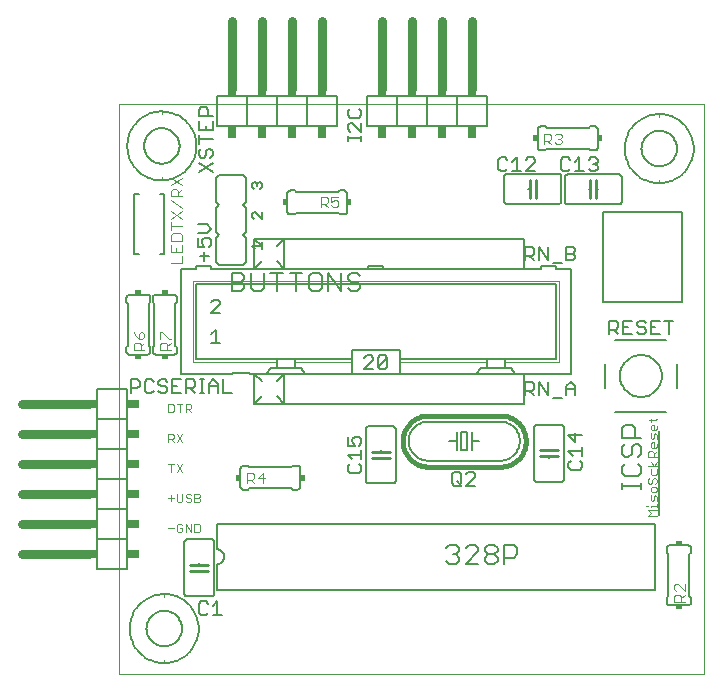
<source format=gto>
G75*
G70*
%OFA0B0*%
%FSLAX24Y24*%
%IPPOS*%
%LPD*%
%AMOC8*
5,1,8,0,0,1.08239X$1,22.5*
%
%ADD10C,0.0000*%
%ADD11C,0.0060*%
%ADD12C,0.0030*%
%ADD13C,0.0300*%
%ADD14R,0.0300X0.0200*%
%ADD15R,0.0300X0.0400*%
%ADD16C,0.0050*%
%ADD17C,0.0070*%
%ADD18C,0.0100*%
%ADD19C,0.0160*%
%ADD20C,0.0080*%
%ADD21R,0.0150X0.0200*%
%ADD22C,0.0040*%
%ADD23R,0.0200X0.0300*%
%ADD24R,0.0400X0.0300*%
%ADD25C,0.0020*%
%ADD26R,0.0200X0.0150*%
D10*
X003500Y012477D02*
X003500Y031473D01*
X023000Y031477D01*
X022992Y012477D01*
X003500Y012477D01*
D11*
X003850Y013977D02*
X003852Y014044D01*
X003858Y014112D01*
X003868Y014179D01*
X003882Y014245D01*
X003899Y014310D01*
X003921Y014374D01*
X003946Y014437D01*
X003975Y014498D01*
X004007Y014557D01*
X004043Y014614D01*
X004082Y014669D01*
X004124Y014722D01*
X004169Y014772D01*
X004217Y014819D01*
X004268Y014864D01*
X004321Y014905D01*
X004377Y014944D01*
X004435Y014979D01*
X004495Y015010D01*
X004556Y015038D01*
X004619Y015062D01*
X004683Y015083D01*
X004749Y015099D01*
X004815Y015112D01*
X004882Y015121D01*
X004949Y015126D01*
X005017Y015127D01*
X005084Y015124D01*
X005151Y015117D01*
X005218Y015106D01*
X005284Y015091D01*
X005349Y015073D01*
X005413Y015050D01*
X005475Y015024D01*
X005536Y014995D01*
X005594Y014961D01*
X005651Y014925D01*
X005706Y014885D01*
X005758Y014842D01*
X005807Y014796D01*
X005854Y014747D01*
X005898Y014696D01*
X005938Y014642D01*
X005976Y014586D01*
X006010Y014527D01*
X006040Y014467D01*
X006067Y014405D01*
X006091Y014342D01*
X006110Y014277D01*
X006126Y014212D01*
X006138Y014145D01*
X006146Y014078D01*
X006150Y014011D01*
X006150Y013943D01*
X006146Y013876D01*
X006138Y013809D01*
X006126Y013742D01*
X006110Y013677D01*
X006091Y013612D01*
X006067Y013549D01*
X006040Y013487D01*
X006010Y013427D01*
X005976Y013368D01*
X005938Y013312D01*
X005898Y013258D01*
X005854Y013207D01*
X005807Y013158D01*
X005758Y013112D01*
X005706Y013069D01*
X005651Y013029D01*
X005594Y012993D01*
X005536Y012959D01*
X005475Y012930D01*
X005413Y012904D01*
X005349Y012881D01*
X005284Y012863D01*
X005218Y012848D01*
X005151Y012837D01*
X005084Y012830D01*
X005017Y012827D01*
X004949Y012828D01*
X004882Y012833D01*
X004815Y012842D01*
X004749Y012855D01*
X004683Y012871D01*
X004619Y012892D01*
X004556Y012916D01*
X004495Y012944D01*
X004435Y012975D01*
X004377Y013010D01*
X004321Y013049D01*
X004268Y013090D01*
X004217Y013135D01*
X004169Y013182D01*
X004124Y013232D01*
X004082Y013285D01*
X004043Y013340D01*
X004007Y013397D01*
X003975Y013456D01*
X003946Y013517D01*
X003921Y013580D01*
X003899Y013644D01*
X003882Y013709D01*
X003868Y013775D01*
X003858Y013842D01*
X003852Y013910D01*
X003850Y013977D01*
X003750Y015977D02*
X002750Y015977D01*
X002750Y016977D01*
X002750Y017977D01*
X002750Y018977D01*
X002750Y019977D01*
X002750Y020977D01*
X002750Y021977D01*
X003750Y021977D01*
X003750Y020977D01*
X002750Y020977D01*
X003750Y020977D02*
X003750Y019977D01*
X002750Y019977D01*
X003750Y019977D02*
X003750Y018977D01*
X002750Y018977D01*
X002750Y017977D02*
X003750Y017977D01*
X003750Y018977D01*
X003750Y017977D02*
X003750Y016977D01*
X002750Y016977D01*
X003750Y016977D02*
X003750Y015977D01*
X005667Y015156D02*
X005667Y016856D01*
X005669Y016873D01*
X005673Y016890D01*
X005680Y016906D01*
X005690Y016920D01*
X005703Y016933D01*
X005717Y016943D01*
X005733Y016950D01*
X005750Y016954D01*
X005767Y016956D01*
X006567Y016956D01*
X006584Y016954D01*
X006601Y016950D01*
X006617Y016943D01*
X006631Y016933D01*
X006644Y016920D01*
X006654Y016906D01*
X006661Y016890D01*
X006665Y016873D01*
X006667Y016856D01*
X006667Y015156D01*
X006665Y015139D01*
X006661Y015122D01*
X006654Y015106D01*
X006644Y015092D01*
X006631Y015079D01*
X006617Y015069D01*
X006601Y015062D01*
X006584Y015058D01*
X006567Y015056D01*
X005767Y015056D01*
X005750Y015058D01*
X005733Y015062D01*
X005717Y015069D01*
X005703Y015079D01*
X005690Y015092D01*
X005680Y015106D01*
X005673Y015122D01*
X005669Y015139D01*
X005667Y015156D01*
X006167Y015856D02*
X006167Y015906D01*
X006167Y016106D02*
X006167Y016156D01*
X006753Y016120D02*
X006753Y015270D01*
X021353Y015270D01*
X021353Y017470D01*
X006753Y017470D01*
X006753Y016620D01*
X006783Y016618D01*
X006813Y016613D01*
X006842Y016604D01*
X006869Y016591D01*
X006895Y016576D01*
X006919Y016557D01*
X006940Y016536D01*
X006959Y016512D01*
X006974Y016486D01*
X006987Y016459D01*
X006996Y016430D01*
X007001Y016400D01*
X007003Y016370D01*
X007001Y016340D01*
X006996Y016310D01*
X006987Y016281D01*
X006974Y016254D01*
X006959Y016228D01*
X006940Y016204D01*
X006919Y016183D01*
X006895Y016164D01*
X006869Y016149D01*
X006842Y016136D01*
X006813Y016127D01*
X006783Y016122D01*
X006753Y016120D01*
X007643Y018612D02*
X007793Y018612D01*
X007843Y018662D01*
X009243Y018662D01*
X009293Y018612D01*
X009443Y018612D01*
X009460Y018614D01*
X009477Y018618D01*
X009493Y018625D01*
X009507Y018635D01*
X009520Y018648D01*
X009530Y018662D01*
X009537Y018678D01*
X009541Y018695D01*
X009543Y018712D01*
X009543Y019312D01*
X009541Y019329D01*
X009537Y019346D01*
X009530Y019362D01*
X009520Y019376D01*
X009507Y019389D01*
X009493Y019399D01*
X009477Y019406D01*
X009460Y019410D01*
X009443Y019412D01*
X009293Y019412D01*
X009243Y019362D01*
X007843Y019362D01*
X007793Y019412D01*
X007643Y019412D01*
X007626Y019410D01*
X007609Y019406D01*
X007593Y019399D01*
X007579Y019389D01*
X007566Y019376D01*
X007556Y019362D01*
X007549Y019346D01*
X007545Y019329D01*
X007543Y019312D01*
X007543Y018712D01*
X007545Y018695D01*
X007549Y018678D01*
X007556Y018662D01*
X007566Y018648D01*
X007579Y018635D01*
X007593Y018625D01*
X007609Y018618D01*
X007626Y018614D01*
X007643Y018612D01*
X008000Y021477D02*
X009000Y021477D01*
X017000Y021477D01*
X017000Y022477D01*
X009000Y022477D01*
X008000Y022477D01*
X008250Y022227D01*
X008000Y022477D02*
X008000Y021477D01*
X008250Y021727D01*
X008750Y021727D02*
X009000Y021477D01*
X009000Y022477D01*
X008750Y022227D01*
X011722Y020622D02*
X011722Y018922D01*
X011724Y018905D01*
X011728Y018888D01*
X011735Y018872D01*
X011745Y018858D01*
X011758Y018845D01*
X011772Y018835D01*
X011788Y018828D01*
X011805Y018824D01*
X011822Y018822D01*
X012622Y018822D01*
X012639Y018824D01*
X012656Y018828D01*
X012672Y018835D01*
X012686Y018845D01*
X012699Y018858D01*
X012709Y018872D01*
X012716Y018888D01*
X012720Y018905D01*
X012722Y018922D01*
X012722Y020622D01*
X012720Y020639D01*
X012716Y020656D01*
X012709Y020672D01*
X012699Y020686D01*
X012686Y020699D01*
X012672Y020709D01*
X012656Y020716D01*
X012639Y020720D01*
X012622Y020722D01*
X011822Y020722D01*
X011805Y020720D01*
X011788Y020716D01*
X011772Y020709D01*
X011758Y020699D01*
X011745Y020686D01*
X011735Y020672D01*
X011728Y020656D01*
X011724Y020639D01*
X011722Y020622D01*
X012222Y019922D02*
X012222Y019872D01*
X012222Y019672D02*
X012222Y019622D01*
X013800Y019577D02*
X016200Y019577D01*
X016250Y019579D01*
X016299Y019585D01*
X016348Y019594D01*
X016396Y019607D01*
X016443Y019624D01*
X016488Y019644D01*
X016532Y019668D01*
X016574Y019695D01*
X016614Y019726D01*
X016651Y019759D01*
X016685Y019795D01*
X016717Y019833D01*
X016746Y019874D01*
X016771Y019916D01*
X016793Y019961D01*
X016812Y020007D01*
X016827Y020055D01*
X016838Y020103D01*
X016846Y020152D01*
X016850Y020202D01*
X016850Y020252D01*
X016846Y020302D01*
X016838Y020351D01*
X016827Y020399D01*
X016812Y020447D01*
X016793Y020493D01*
X016771Y020538D01*
X016746Y020580D01*
X016717Y020621D01*
X016685Y020659D01*
X016651Y020695D01*
X016614Y020728D01*
X016574Y020759D01*
X016532Y020786D01*
X016488Y020810D01*
X016443Y020830D01*
X016396Y020847D01*
X016348Y020860D01*
X016299Y020869D01*
X016250Y020875D01*
X016200Y020877D01*
X013800Y020877D01*
X013750Y020875D01*
X013701Y020869D01*
X013652Y020860D01*
X013604Y020847D01*
X013557Y020830D01*
X013512Y020810D01*
X013468Y020786D01*
X013426Y020759D01*
X013386Y020728D01*
X013349Y020695D01*
X013315Y020659D01*
X013283Y020621D01*
X013254Y020580D01*
X013229Y020538D01*
X013207Y020493D01*
X013188Y020447D01*
X013173Y020399D01*
X013162Y020351D01*
X013154Y020302D01*
X013150Y020252D01*
X013150Y020202D01*
X013154Y020152D01*
X013162Y020103D01*
X013173Y020055D01*
X013188Y020007D01*
X013207Y019961D01*
X013229Y019916D01*
X013254Y019874D01*
X013283Y019833D01*
X013315Y019795D01*
X013349Y019759D01*
X013386Y019726D01*
X013426Y019695D01*
X013468Y019668D01*
X013512Y019644D01*
X013557Y019624D01*
X013604Y019607D01*
X013652Y019594D01*
X013701Y019585D01*
X013750Y019579D01*
X013800Y019577D01*
X014500Y020227D02*
X014750Y020227D01*
X014750Y019927D01*
X014900Y019927D02*
X014900Y020527D01*
X015100Y020527D01*
X015100Y019927D01*
X014900Y019927D01*
X014750Y020227D02*
X014750Y020527D01*
X015250Y020527D02*
X015250Y020227D01*
X015500Y020227D01*
X015250Y020227D02*
X015250Y019927D01*
X017323Y020673D02*
X017323Y018973D01*
X017325Y018956D01*
X017329Y018939D01*
X017336Y018923D01*
X017346Y018909D01*
X017359Y018896D01*
X017373Y018886D01*
X017389Y018879D01*
X017406Y018875D01*
X017423Y018873D01*
X018223Y018873D01*
X018240Y018875D01*
X018257Y018879D01*
X018273Y018886D01*
X018287Y018896D01*
X018300Y018909D01*
X018310Y018923D01*
X018317Y018939D01*
X018321Y018956D01*
X018323Y018973D01*
X018323Y020673D01*
X018321Y020690D01*
X018317Y020707D01*
X018310Y020723D01*
X018300Y020737D01*
X018287Y020750D01*
X018273Y020760D01*
X018257Y020767D01*
X018240Y020771D01*
X018223Y020773D01*
X017423Y020773D01*
X017406Y020771D01*
X017389Y020767D01*
X017373Y020760D01*
X017359Y020750D01*
X017346Y020737D01*
X017336Y020723D01*
X017329Y020707D01*
X017325Y020690D01*
X017323Y020673D01*
X017823Y019973D02*
X017823Y019923D01*
X017823Y019723D02*
X017823Y019673D01*
X020263Y019800D02*
X020369Y019693D01*
X020476Y019693D01*
X020583Y019800D01*
X020583Y020013D01*
X020690Y020120D01*
X020796Y020120D01*
X020903Y020013D01*
X020903Y019800D01*
X020796Y019693D01*
X020796Y019476D02*
X020903Y019369D01*
X020903Y019155D01*
X020796Y019049D01*
X020369Y019049D01*
X020263Y019155D01*
X020263Y019369D01*
X020369Y019476D01*
X020263Y019800D02*
X020263Y020013D01*
X020369Y020120D01*
X020263Y020338D02*
X020263Y020658D01*
X020369Y020765D01*
X020583Y020765D01*
X020690Y020658D01*
X020690Y020338D01*
X020903Y020338D02*
X020263Y020338D01*
X020263Y018832D02*
X020263Y018619D01*
X020263Y018726D02*
X020903Y018726D01*
X020903Y018832D02*
X020903Y018619D01*
X021857Y016758D02*
X022457Y016758D01*
X022474Y016756D01*
X022491Y016752D01*
X022507Y016745D01*
X022521Y016735D01*
X022534Y016722D01*
X022544Y016708D01*
X022551Y016692D01*
X022555Y016675D01*
X022557Y016658D01*
X022557Y016508D01*
X022507Y016458D01*
X022507Y015058D01*
X022557Y015008D01*
X022557Y014858D01*
X022555Y014841D01*
X022551Y014824D01*
X022544Y014808D01*
X022534Y014794D01*
X022521Y014781D01*
X022507Y014771D01*
X022491Y014764D01*
X022474Y014760D01*
X022457Y014758D01*
X021857Y014758D01*
X021840Y014760D01*
X021823Y014764D01*
X021807Y014771D01*
X021793Y014781D01*
X021780Y014794D01*
X021770Y014808D01*
X021763Y014824D01*
X021759Y014841D01*
X021757Y014858D01*
X021757Y015008D01*
X021807Y015058D01*
X021807Y016458D01*
X021757Y016508D01*
X021757Y016658D01*
X021759Y016675D01*
X021763Y016692D01*
X021770Y016708D01*
X021780Y016722D01*
X021793Y016735D01*
X021807Y016745D01*
X021823Y016752D01*
X021840Y016756D01*
X021857Y016758D01*
X017000Y025977D02*
X009000Y025977D01*
X009000Y026977D01*
X008000Y026977D01*
X008250Y026727D01*
X008000Y026977D02*
X008000Y025977D01*
X009000Y025977D01*
X008750Y026227D01*
X008750Y026727D02*
X009000Y026977D01*
X017000Y026977D01*
X017000Y025977D01*
X016435Y028136D02*
X018135Y028136D01*
X018152Y028138D01*
X018169Y028142D01*
X018185Y028149D01*
X018199Y028159D01*
X018212Y028172D01*
X018222Y028186D01*
X018229Y028202D01*
X018233Y028219D01*
X018235Y028236D01*
X018235Y029036D01*
X018233Y029053D01*
X018229Y029070D01*
X018222Y029086D01*
X018212Y029100D01*
X018199Y029113D01*
X018185Y029123D01*
X018169Y029130D01*
X018152Y029134D01*
X018135Y029136D01*
X016435Y029136D01*
X016418Y029134D01*
X016401Y029130D01*
X016385Y029123D01*
X016371Y029113D01*
X016358Y029100D01*
X016348Y029086D01*
X016341Y029070D01*
X016337Y029053D01*
X016335Y029036D01*
X016335Y028236D01*
X016337Y028219D01*
X016341Y028202D01*
X016348Y028186D01*
X016358Y028172D01*
X016371Y028159D01*
X016385Y028149D01*
X016401Y028142D01*
X016418Y028138D01*
X016435Y028136D01*
X017135Y028636D02*
X017185Y028636D01*
X017385Y028636D02*
X017435Y028636D01*
X018353Y029016D02*
X018353Y028216D01*
X018355Y028199D01*
X018359Y028182D01*
X018366Y028166D01*
X018376Y028152D01*
X018389Y028139D01*
X018403Y028129D01*
X018419Y028122D01*
X018436Y028118D01*
X018453Y028116D01*
X020153Y028116D01*
X020170Y028118D01*
X020187Y028122D01*
X020203Y028129D01*
X020217Y028139D01*
X020230Y028152D01*
X020240Y028166D01*
X020247Y028182D01*
X020251Y028199D01*
X020253Y028216D01*
X020253Y029016D01*
X020251Y029033D01*
X020247Y029050D01*
X020240Y029066D01*
X020230Y029080D01*
X020217Y029093D01*
X020203Y029103D01*
X020187Y029110D01*
X020170Y029114D01*
X020153Y029116D01*
X018453Y029116D01*
X018436Y029114D01*
X018419Y029110D01*
X018403Y029103D01*
X018389Y029093D01*
X018376Y029080D01*
X018366Y029066D01*
X018359Y029050D01*
X018355Y029033D01*
X018353Y029016D01*
X019153Y028616D02*
X019203Y028616D01*
X019403Y028616D02*
X019453Y028616D01*
X019351Y029917D02*
X019201Y029917D01*
X019151Y029967D01*
X017751Y029967D01*
X017701Y029917D01*
X017551Y029917D01*
X017534Y029919D01*
X017517Y029923D01*
X017501Y029930D01*
X017487Y029940D01*
X017474Y029953D01*
X017464Y029967D01*
X017457Y029983D01*
X017453Y030000D01*
X017451Y030017D01*
X017451Y030617D01*
X017453Y030634D01*
X017457Y030651D01*
X017464Y030667D01*
X017474Y030681D01*
X017487Y030694D01*
X017501Y030704D01*
X017517Y030711D01*
X017534Y030715D01*
X017551Y030717D01*
X017701Y030717D01*
X017751Y030667D01*
X019151Y030667D01*
X019201Y030717D01*
X019351Y030717D01*
X019368Y030715D01*
X019385Y030711D01*
X019401Y030704D01*
X019415Y030694D01*
X019428Y030681D01*
X019438Y030667D01*
X019445Y030651D01*
X019449Y030634D01*
X019451Y030617D01*
X019451Y030017D01*
X019449Y030000D01*
X019445Y029983D01*
X019438Y029967D01*
X019428Y029953D01*
X019415Y029940D01*
X019401Y029930D01*
X019385Y029923D01*
X019368Y029919D01*
X019351Y029917D01*
X020350Y029977D02*
X020352Y030044D01*
X020358Y030112D01*
X020368Y030179D01*
X020382Y030245D01*
X020399Y030310D01*
X020421Y030374D01*
X020446Y030437D01*
X020475Y030498D01*
X020507Y030557D01*
X020543Y030614D01*
X020582Y030669D01*
X020624Y030722D01*
X020669Y030772D01*
X020717Y030819D01*
X020768Y030864D01*
X020821Y030905D01*
X020877Y030944D01*
X020935Y030979D01*
X020995Y031010D01*
X021056Y031038D01*
X021119Y031062D01*
X021183Y031083D01*
X021249Y031099D01*
X021315Y031112D01*
X021382Y031121D01*
X021449Y031126D01*
X021517Y031127D01*
X021584Y031124D01*
X021651Y031117D01*
X021718Y031106D01*
X021784Y031091D01*
X021849Y031073D01*
X021913Y031050D01*
X021975Y031024D01*
X022036Y030995D01*
X022094Y030961D01*
X022151Y030925D01*
X022206Y030885D01*
X022258Y030842D01*
X022307Y030796D01*
X022354Y030747D01*
X022398Y030696D01*
X022438Y030642D01*
X022476Y030586D01*
X022510Y030527D01*
X022540Y030467D01*
X022567Y030405D01*
X022591Y030342D01*
X022610Y030277D01*
X022626Y030212D01*
X022638Y030145D01*
X022646Y030078D01*
X022650Y030011D01*
X022650Y029943D01*
X022646Y029876D01*
X022638Y029809D01*
X022626Y029742D01*
X022610Y029677D01*
X022591Y029612D01*
X022567Y029549D01*
X022540Y029487D01*
X022510Y029427D01*
X022476Y029368D01*
X022438Y029312D01*
X022398Y029258D01*
X022354Y029207D01*
X022307Y029158D01*
X022258Y029112D01*
X022206Y029069D01*
X022151Y029029D01*
X022094Y028993D01*
X022036Y028959D01*
X021975Y028930D01*
X021913Y028904D01*
X021849Y028881D01*
X021784Y028863D01*
X021718Y028848D01*
X021651Y028837D01*
X021584Y028830D01*
X021517Y028827D01*
X021449Y028828D01*
X021382Y028833D01*
X021315Y028842D01*
X021249Y028855D01*
X021183Y028871D01*
X021119Y028892D01*
X021056Y028916D01*
X020995Y028944D01*
X020935Y028975D01*
X020877Y029010D01*
X020821Y029049D01*
X020768Y029090D01*
X020717Y029135D01*
X020669Y029182D01*
X020624Y029232D01*
X020582Y029285D01*
X020543Y029340D01*
X020507Y029397D01*
X020475Y029456D01*
X020446Y029517D01*
X020421Y029580D01*
X020399Y029644D01*
X020382Y029709D01*
X020368Y029775D01*
X020358Y029842D01*
X020352Y029910D01*
X020350Y029977D01*
X015750Y030727D02*
X015750Y031727D01*
X014750Y031727D01*
X013750Y031727D01*
X012750Y031727D01*
X011750Y031727D01*
X011750Y030727D01*
X012750Y030727D01*
X013750Y030727D01*
X014750Y030727D01*
X015750Y030727D01*
X014750Y030727D02*
X014750Y031727D01*
X013750Y031727D02*
X013750Y030727D01*
X012750Y030727D02*
X012750Y031727D01*
X010750Y031727D02*
X010750Y030727D01*
X009750Y030727D01*
X009750Y031727D01*
X010750Y031727D01*
X009750Y031727D02*
X008750Y031727D01*
X007750Y031727D01*
X006750Y031727D01*
X006750Y030727D01*
X007750Y030727D01*
X008750Y030727D01*
X009750Y030727D01*
X008750Y030727D02*
X008750Y031727D01*
X007750Y031727D02*
X007750Y030727D01*
X007636Y029105D02*
X006836Y029105D01*
X006736Y029005D01*
X006736Y028205D01*
X006836Y028105D01*
X006736Y028005D01*
X006736Y027205D01*
X006836Y027105D01*
X006736Y027005D01*
X006736Y026205D01*
X006836Y026105D01*
X007636Y026105D01*
X007736Y026205D01*
X007736Y027005D01*
X007636Y027105D01*
X007736Y027205D01*
X007736Y028005D01*
X007636Y028105D01*
X007736Y028205D01*
X007736Y029005D01*
X007636Y029105D01*
X009098Y028481D02*
X009098Y027881D01*
X009100Y027864D01*
X009104Y027847D01*
X009111Y027831D01*
X009121Y027817D01*
X009134Y027804D01*
X009148Y027794D01*
X009164Y027787D01*
X009181Y027783D01*
X009198Y027781D01*
X009348Y027781D01*
X009398Y027831D01*
X010798Y027831D01*
X010848Y027781D01*
X010998Y027781D01*
X011015Y027783D01*
X011032Y027787D01*
X011048Y027794D01*
X011062Y027804D01*
X011075Y027817D01*
X011085Y027831D01*
X011092Y027847D01*
X011096Y027864D01*
X011098Y027881D01*
X011098Y028481D01*
X011096Y028498D01*
X011092Y028515D01*
X011085Y028531D01*
X011075Y028545D01*
X011062Y028558D01*
X011048Y028568D01*
X011032Y028575D01*
X011015Y028579D01*
X010998Y028581D01*
X010848Y028581D01*
X010798Y028531D01*
X009398Y028531D01*
X009348Y028581D01*
X009198Y028581D01*
X009181Y028579D01*
X009164Y028575D01*
X009148Y028568D01*
X009134Y028558D01*
X009121Y028545D01*
X009111Y028531D01*
X009104Y028515D01*
X009100Y028498D01*
X009098Y028481D01*
X008250Y026227D02*
X008000Y025977D01*
X005420Y025012D02*
X005420Y024862D01*
X005370Y024812D01*
X005370Y023412D01*
X005420Y023362D01*
X005420Y023212D01*
X005418Y023195D01*
X005414Y023178D01*
X005407Y023162D01*
X005397Y023148D01*
X005384Y023135D01*
X005370Y023125D01*
X005354Y023118D01*
X005337Y023114D01*
X005320Y023112D01*
X004720Y023112D01*
X004703Y023114D01*
X004686Y023118D01*
X004670Y023125D01*
X004656Y023135D01*
X004643Y023148D01*
X004633Y023162D01*
X004626Y023178D01*
X004622Y023195D01*
X004620Y023212D01*
X004620Y023362D01*
X004670Y023412D01*
X004670Y024812D01*
X004620Y024862D01*
X004620Y025012D01*
X004542Y025012D02*
X004542Y024862D01*
X004492Y024812D01*
X004492Y023412D01*
X004542Y023362D01*
X004542Y023212D01*
X004540Y023195D01*
X004536Y023178D01*
X004529Y023162D01*
X004519Y023148D01*
X004506Y023135D01*
X004492Y023125D01*
X004476Y023118D01*
X004459Y023114D01*
X004442Y023112D01*
X003842Y023112D01*
X003825Y023114D01*
X003808Y023118D01*
X003792Y023125D01*
X003778Y023135D01*
X003765Y023148D01*
X003755Y023162D01*
X003748Y023178D01*
X003744Y023195D01*
X003742Y023212D01*
X003742Y023362D01*
X003792Y023412D01*
X003792Y024812D01*
X003742Y024862D01*
X003742Y025012D01*
X003744Y025029D01*
X003748Y025046D01*
X003755Y025062D01*
X003765Y025076D01*
X003778Y025089D01*
X003792Y025099D01*
X003808Y025106D01*
X003825Y025110D01*
X003842Y025112D01*
X004442Y025112D01*
X004459Y025110D01*
X004476Y025106D01*
X004492Y025099D01*
X004506Y025089D01*
X004519Y025076D01*
X004529Y025062D01*
X004536Y025046D01*
X004540Y025029D01*
X004542Y025012D01*
X004620Y025012D02*
X004622Y025029D01*
X004626Y025046D01*
X004633Y025062D01*
X004643Y025076D01*
X004656Y025089D01*
X004670Y025099D01*
X004686Y025106D01*
X004703Y025110D01*
X004720Y025112D01*
X005320Y025112D01*
X005337Y025110D01*
X005354Y025106D01*
X005370Y025099D01*
X005384Y025089D01*
X005397Y025076D01*
X005407Y025062D01*
X005414Y025046D01*
X005418Y025029D01*
X005420Y025012D01*
X005000Y026477D02*
X004850Y026477D01*
X005000Y026477D02*
X005000Y028477D01*
X004850Y028477D01*
X004150Y028477D02*
X004000Y028477D01*
X004000Y026477D01*
X004150Y026477D01*
X003771Y030065D02*
X003773Y030132D01*
X003779Y030200D01*
X003789Y030267D01*
X003803Y030333D01*
X003820Y030398D01*
X003842Y030462D01*
X003867Y030525D01*
X003896Y030586D01*
X003928Y030645D01*
X003964Y030702D01*
X004003Y030757D01*
X004045Y030810D01*
X004090Y030860D01*
X004138Y030907D01*
X004189Y030952D01*
X004242Y030993D01*
X004298Y031032D01*
X004356Y031067D01*
X004416Y031098D01*
X004477Y031126D01*
X004540Y031150D01*
X004604Y031171D01*
X004670Y031187D01*
X004736Y031200D01*
X004803Y031209D01*
X004870Y031214D01*
X004938Y031215D01*
X005005Y031212D01*
X005072Y031205D01*
X005139Y031194D01*
X005205Y031179D01*
X005270Y031161D01*
X005334Y031138D01*
X005396Y031112D01*
X005457Y031083D01*
X005515Y031049D01*
X005572Y031013D01*
X005627Y030973D01*
X005679Y030930D01*
X005728Y030884D01*
X005775Y030835D01*
X005819Y030784D01*
X005859Y030730D01*
X005897Y030674D01*
X005931Y030615D01*
X005961Y030555D01*
X005988Y030493D01*
X006012Y030430D01*
X006031Y030365D01*
X006047Y030300D01*
X006059Y030233D01*
X006067Y030166D01*
X006071Y030099D01*
X006071Y030031D01*
X006067Y029964D01*
X006059Y029897D01*
X006047Y029830D01*
X006031Y029765D01*
X006012Y029700D01*
X005988Y029637D01*
X005961Y029575D01*
X005931Y029515D01*
X005897Y029456D01*
X005859Y029400D01*
X005819Y029346D01*
X005775Y029295D01*
X005728Y029246D01*
X005679Y029200D01*
X005627Y029157D01*
X005572Y029117D01*
X005515Y029081D01*
X005457Y029047D01*
X005396Y029018D01*
X005334Y028992D01*
X005270Y028969D01*
X005205Y028951D01*
X005139Y028936D01*
X005072Y028925D01*
X005005Y028918D01*
X004938Y028915D01*
X004870Y028916D01*
X004803Y028921D01*
X004736Y028930D01*
X004670Y028943D01*
X004604Y028959D01*
X004540Y028980D01*
X004477Y029004D01*
X004416Y029032D01*
X004356Y029063D01*
X004298Y029098D01*
X004242Y029137D01*
X004189Y029178D01*
X004138Y029223D01*
X004090Y029270D01*
X004045Y029320D01*
X004003Y029373D01*
X003964Y029428D01*
X003928Y029485D01*
X003896Y029544D01*
X003867Y029605D01*
X003842Y029668D01*
X003820Y029732D01*
X003803Y029797D01*
X003789Y029863D01*
X003779Y029930D01*
X003773Y029998D01*
X003771Y030065D01*
D12*
X005121Y021479D02*
X005266Y021479D01*
X005315Y021430D01*
X005315Y021237D01*
X005266Y021188D01*
X005121Y021188D01*
X005121Y021479D01*
X005416Y021479D02*
X005609Y021479D01*
X005513Y021479D02*
X005513Y021188D01*
X005711Y021188D02*
X005711Y021479D01*
X005856Y021479D01*
X005904Y021430D01*
X005904Y021334D01*
X005856Y021285D01*
X005711Y021285D01*
X005807Y021285D02*
X005904Y021188D01*
X005609Y020479D02*
X005416Y020188D01*
X005315Y020188D02*
X005218Y020285D01*
X005266Y020285D02*
X005121Y020285D01*
X005121Y020188D02*
X005121Y020479D01*
X005266Y020479D01*
X005315Y020430D01*
X005315Y020334D01*
X005266Y020285D01*
X005416Y020479D02*
X005609Y020188D01*
X005609Y019479D02*
X005416Y019188D01*
X005609Y019188D02*
X005416Y019479D01*
X005315Y019479D02*
X005121Y019479D01*
X005218Y019479D02*
X005218Y019188D01*
X005416Y018479D02*
X005416Y018237D01*
X005464Y018188D01*
X005561Y018188D01*
X005609Y018237D01*
X005609Y018479D01*
X005711Y018430D02*
X005711Y018382D01*
X005759Y018334D01*
X005856Y018334D01*
X005904Y018285D01*
X005904Y018237D01*
X005856Y018188D01*
X005759Y018188D01*
X005711Y018237D01*
X005711Y018430D02*
X005759Y018479D01*
X005856Y018479D01*
X005904Y018430D01*
X006005Y018479D02*
X006150Y018479D01*
X006199Y018430D01*
X006199Y018382D01*
X006150Y018334D01*
X006005Y018334D01*
X006005Y018479D02*
X006005Y018188D01*
X006150Y018188D01*
X006199Y018237D01*
X006199Y018285D01*
X006150Y018334D01*
X006150Y017479D02*
X006005Y017479D01*
X006005Y017188D01*
X006150Y017188D01*
X006199Y017237D01*
X006199Y017430D01*
X006150Y017479D01*
X005904Y017479D02*
X005904Y017188D01*
X005711Y017479D01*
X005711Y017188D01*
X005609Y017237D02*
X005609Y017334D01*
X005513Y017334D01*
X005609Y017430D02*
X005561Y017479D01*
X005464Y017479D01*
X005416Y017430D01*
X005416Y017237D01*
X005464Y017188D01*
X005561Y017188D01*
X005609Y017237D01*
X005315Y017334D02*
X005121Y017334D01*
X005218Y018237D02*
X005218Y018430D01*
X005121Y018334D02*
X005315Y018334D01*
X021076Y018075D02*
X021124Y018075D01*
X021221Y018075D02*
X021414Y018075D01*
X021414Y018123D02*
X021414Y018026D01*
X021414Y017925D02*
X021124Y017925D01*
X021221Y017829D01*
X021124Y017732D01*
X021414Y017732D01*
X021221Y018026D02*
X021221Y018075D01*
X021269Y018223D02*
X021221Y018271D01*
X021221Y018416D01*
X021317Y018368D02*
X021317Y018271D01*
X021269Y018223D01*
X021414Y018223D02*
X021414Y018368D01*
X021366Y018416D01*
X021317Y018368D01*
X021269Y018518D02*
X021366Y018518D01*
X021414Y018566D01*
X021414Y018663D01*
X021366Y018711D01*
X021269Y018711D01*
X021221Y018663D01*
X021221Y018566D01*
X021269Y018518D01*
X021221Y018799D02*
X021269Y018847D01*
X021269Y018944D01*
X021317Y018992D01*
X021366Y018992D01*
X021414Y018944D01*
X021414Y018847D01*
X021366Y018799D01*
X021221Y018799D02*
X021172Y018799D01*
X021124Y018847D01*
X021124Y018944D01*
X021172Y018992D01*
X021269Y019093D02*
X021366Y019093D01*
X021414Y019142D01*
X021414Y019287D01*
X021414Y019388D02*
X021124Y019388D01*
X021221Y019287D02*
X021221Y019142D01*
X021269Y019093D01*
X021317Y019388D02*
X021221Y019533D01*
X021317Y019388D02*
X021414Y019533D01*
X021414Y019700D02*
X021124Y019700D01*
X021124Y019845D01*
X021172Y019894D01*
X021269Y019894D01*
X021317Y019845D01*
X021317Y019700D01*
X021317Y019797D02*
X021414Y019894D01*
X021366Y019995D02*
X021414Y020043D01*
X021414Y020140D01*
X021317Y020188D02*
X021317Y019995D01*
X021269Y019995D02*
X021221Y020043D01*
X021221Y020140D01*
X021269Y020188D01*
X021317Y020188D01*
X021269Y020290D02*
X021221Y020338D01*
X021221Y020483D01*
X021317Y020435D02*
X021317Y020338D01*
X021269Y020290D01*
X021414Y020290D02*
X021414Y020435D01*
X021366Y020483D01*
X021317Y020435D01*
X021317Y020584D02*
X021317Y020778D01*
X021269Y020778D01*
X021221Y020729D01*
X021221Y020633D01*
X021269Y020584D01*
X021366Y020584D01*
X021414Y020633D01*
X021414Y020729D01*
X021366Y020927D02*
X021414Y020976D01*
X021366Y020927D02*
X021172Y020927D01*
X021221Y020879D02*
X021221Y020976D01*
X021269Y019995D02*
X021366Y019995D01*
D13*
X015250Y031977D02*
X015250Y034227D01*
X014250Y034227D02*
X014250Y031977D01*
X013250Y031977D02*
X013250Y034227D01*
X012250Y034227D02*
X012250Y031977D01*
X010250Y031977D02*
X010250Y034227D01*
X009250Y034227D02*
X009250Y031977D01*
X008250Y031977D02*
X008250Y034227D01*
X007250Y034227D02*
X007250Y031977D01*
X002500Y021477D02*
X000250Y021477D01*
X000250Y020477D02*
X002500Y020477D01*
X002500Y019477D02*
X000250Y019477D01*
X000250Y018477D02*
X002500Y018477D01*
X002500Y017477D02*
X000250Y017477D01*
X000250Y016477D02*
X002500Y016477D01*
D14*
X007250Y031827D03*
X008250Y031827D03*
X009250Y031827D03*
X010250Y031827D03*
X012250Y031827D03*
X013250Y031827D03*
X014250Y031827D03*
X015250Y031827D03*
D15*
X015250Y030527D03*
X014250Y030527D03*
X013250Y030527D03*
X012250Y030527D03*
X010250Y030527D03*
X009250Y030527D03*
X008250Y030527D03*
X007250Y030527D03*
D16*
X006613Y030591D02*
X006613Y030892D01*
X006613Y031052D02*
X006162Y031052D01*
X006162Y031277D01*
X006237Y031352D01*
X006388Y031352D01*
X006463Y031277D01*
X006463Y031052D01*
X006388Y030742D02*
X006388Y030591D01*
X006613Y030591D02*
X006162Y030591D01*
X006162Y030892D01*
X006162Y030431D02*
X006162Y030131D01*
X006162Y030281D02*
X006613Y030281D01*
X006538Y029971D02*
X006613Y029896D01*
X006613Y029746D01*
X006538Y029671D01*
X006388Y029746D02*
X006388Y029896D01*
X006463Y029971D01*
X006538Y029971D01*
X006388Y029746D02*
X006313Y029671D01*
X006237Y029671D01*
X006162Y029746D01*
X006162Y029896D01*
X006237Y029971D01*
X006162Y029511D02*
X006613Y029210D01*
X006613Y029511D02*
X006162Y029210D01*
X006111Y027451D02*
X006411Y027451D01*
X006561Y027300D01*
X006411Y027150D01*
X006111Y027150D01*
X006111Y026990D02*
X006111Y026690D01*
X006336Y026690D01*
X006261Y026840D01*
X006261Y026915D01*
X006336Y026990D01*
X006486Y026990D01*
X006561Y026915D01*
X006561Y026765D01*
X006486Y026690D01*
X006336Y026530D02*
X006336Y026230D01*
X006186Y026380D02*
X006486Y026380D01*
X006549Y026061D02*
X006549Y025961D01*
X011799Y025961D01*
X011799Y026061D01*
X012299Y026061D01*
X012299Y025961D01*
X017549Y025961D01*
X017549Y026061D01*
X018049Y026061D01*
X018049Y025961D01*
X018549Y025961D01*
X018549Y022461D01*
X016699Y022461D01*
X016549Y022661D01*
X016349Y022661D01*
X015749Y022661D01*
X015549Y022661D01*
X015399Y022461D01*
X012849Y022461D01*
X012849Y022861D01*
X012849Y022961D01*
X015749Y022961D01*
X016349Y022961D01*
X016349Y022861D01*
X016349Y022661D01*
X016349Y022961D02*
X018049Y022961D01*
X018049Y025461D01*
X006049Y025461D01*
X006049Y022961D01*
X008749Y022961D01*
X009349Y022961D01*
X009349Y022861D01*
X009349Y022661D01*
X009549Y022661D01*
X009699Y022461D01*
X011249Y022461D01*
X011249Y022861D01*
X011249Y022961D01*
X009349Y022961D01*
X009349Y022661D02*
X008749Y022661D01*
X008549Y022661D01*
X008399Y022461D01*
X007849Y022461D01*
X007849Y022511D01*
X007249Y022511D01*
X007249Y022461D01*
X005549Y022461D01*
X005549Y025961D01*
X006049Y025961D01*
X006049Y026061D01*
X006549Y026061D01*
X006649Y024936D02*
X006574Y024861D01*
X006649Y024936D02*
X006799Y024936D01*
X006874Y024861D01*
X006874Y024786D01*
X006574Y024486D01*
X006874Y024486D01*
X006724Y023936D02*
X006724Y023486D01*
X006574Y023486D02*
X006874Y023486D01*
X006574Y023786D02*
X006724Y023936D01*
X006642Y022281D02*
X006792Y022131D01*
X006792Y021830D01*
X006953Y021830D02*
X007253Y021830D01*
X006953Y021830D02*
X006953Y022281D01*
X006792Y022056D02*
X006492Y022056D01*
X006492Y022131D02*
X006492Y021830D01*
X006335Y021830D02*
X006185Y021830D01*
X006260Y021830D02*
X006260Y022281D01*
X006185Y022281D02*
X006335Y022281D01*
X006492Y022131D02*
X006642Y022281D01*
X006025Y022206D02*
X006025Y022056D01*
X005950Y021980D01*
X005725Y021980D01*
X005725Y021830D02*
X005725Y022281D01*
X005950Y022281D01*
X006025Y022206D01*
X005875Y021980D02*
X006025Y021830D01*
X005565Y021830D02*
X005264Y021830D01*
X005264Y022281D01*
X005565Y022281D01*
X005415Y022056D02*
X005264Y022056D01*
X005104Y021980D02*
X005104Y021905D01*
X005029Y021830D01*
X004879Y021830D01*
X004804Y021905D01*
X004644Y021905D02*
X004569Y021830D01*
X004419Y021830D01*
X004344Y021905D01*
X004344Y022206D01*
X004419Y022281D01*
X004569Y022281D01*
X004644Y022206D01*
X004804Y022206D02*
X004804Y022131D01*
X004879Y022056D01*
X005029Y022056D01*
X005104Y021980D01*
X005104Y022206D02*
X005029Y022281D01*
X004879Y022281D01*
X004804Y022206D01*
X004184Y022206D02*
X004184Y022056D01*
X004108Y021980D01*
X003883Y021980D01*
X003883Y021830D02*
X003883Y022281D01*
X004108Y022281D01*
X004184Y022206D01*
X008034Y026630D02*
X007921Y026743D01*
X008261Y026743D01*
X008261Y026630D02*
X008261Y026856D01*
X008261Y027630D02*
X008034Y027856D01*
X007978Y027856D01*
X007921Y027800D01*
X007921Y027686D01*
X007978Y027630D01*
X008261Y027630D02*
X008261Y027856D01*
X008205Y028630D02*
X008261Y028686D01*
X008261Y028800D01*
X008205Y028856D01*
X008148Y028856D01*
X008091Y028800D01*
X008091Y028743D01*
X008091Y028800D02*
X008034Y028856D01*
X007978Y028856D01*
X007921Y028800D01*
X007921Y028686D01*
X007978Y028630D01*
X011113Y030238D02*
X011113Y030388D01*
X011113Y030313D02*
X011564Y030313D01*
X011564Y030238D02*
X011564Y030388D01*
X011564Y030545D02*
X011263Y030845D01*
X011188Y030845D01*
X011113Y030770D01*
X011113Y030620D01*
X011188Y030545D01*
X011564Y030545D02*
X011564Y030845D01*
X011489Y031005D02*
X011188Y031005D01*
X011113Y031080D01*
X011113Y031230D01*
X011188Y031305D01*
X011489Y031305D02*
X011564Y031230D01*
X011564Y031080D01*
X011489Y031005D01*
X016140Y029610D02*
X016140Y029309D01*
X016215Y029234D01*
X016365Y029234D01*
X016441Y029309D01*
X016601Y029234D02*
X016901Y029234D01*
X016751Y029234D02*
X016751Y029685D01*
X016601Y029535D01*
X016441Y029610D02*
X016365Y029685D01*
X016215Y029685D01*
X016140Y029610D01*
X017061Y029610D02*
X017136Y029685D01*
X017286Y029685D01*
X017361Y029610D01*
X017361Y029535D01*
X017061Y029234D01*
X017361Y029234D01*
X018223Y029311D02*
X018298Y029236D01*
X018448Y029236D01*
X018523Y029311D01*
X018683Y029236D02*
X018984Y029236D01*
X018833Y029236D02*
X018833Y029687D01*
X018683Y029537D01*
X018523Y029612D02*
X018448Y029687D01*
X018298Y029687D01*
X018223Y029612D01*
X018223Y029311D01*
X019144Y029311D02*
X019219Y029236D01*
X019369Y029236D01*
X019444Y029311D01*
X019444Y029386D01*
X019369Y029461D01*
X019294Y029461D01*
X019369Y029461D02*
X019444Y029537D01*
X019444Y029612D01*
X019369Y029687D01*
X019219Y029687D01*
X019144Y029612D01*
X018631Y026702D02*
X018406Y026702D01*
X018406Y026252D01*
X018631Y026252D01*
X018706Y026327D01*
X018706Y026402D01*
X018631Y026477D01*
X018406Y026477D01*
X018631Y026477D02*
X018706Y026552D01*
X018706Y026627D01*
X018631Y026702D01*
X018246Y026177D02*
X017946Y026177D01*
X017786Y026252D02*
X017786Y026702D01*
X017485Y026702D02*
X017786Y026252D01*
X017485Y026252D02*
X017485Y026702D01*
X017325Y026627D02*
X017325Y026477D01*
X017250Y026402D01*
X017025Y026402D01*
X017175Y026402D02*
X017325Y026252D01*
X017025Y026252D02*
X017025Y026702D01*
X017250Y026702D01*
X017325Y026627D01*
X019834Y024241D02*
X019834Y023791D01*
X019834Y023941D02*
X020059Y023941D01*
X020134Y024016D01*
X020134Y024166D01*
X020059Y024241D01*
X019834Y024241D01*
X019984Y023941D02*
X020134Y023791D01*
X020294Y023791D02*
X020595Y023791D01*
X020755Y023866D02*
X020830Y023791D01*
X020980Y023791D01*
X021055Y023866D01*
X021055Y023941D01*
X020980Y024016D01*
X020830Y024016D01*
X020755Y024091D01*
X020755Y024166D01*
X020830Y024241D01*
X020980Y024241D01*
X021055Y024166D01*
X021215Y024241D02*
X021215Y023791D01*
X021515Y023791D01*
X021365Y024016D02*
X021215Y024016D01*
X021215Y024241D02*
X021515Y024241D01*
X021676Y024241D02*
X021976Y024241D01*
X021826Y024241D02*
X021826Y023791D01*
X020595Y024241D02*
X020294Y024241D01*
X020294Y023791D01*
X020294Y024016D02*
X020445Y024016D01*
X018556Y022202D02*
X018706Y022052D01*
X018706Y021752D01*
X018706Y021977D02*
X018406Y021977D01*
X018406Y022052D02*
X018556Y022202D01*
X018406Y022052D02*
X018406Y021752D01*
X018246Y021677D02*
X017946Y021677D01*
X017786Y021752D02*
X017786Y022202D01*
X017485Y022202D02*
X017786Y021752D01*
X017485Y021752D02*
X017485Y022202D01*
X017325Y022127D02*
X017325Y021977D01*
X017250Y021902D01*
X017025Y021902D01*
X017175Y021902D02*
X017325Y021752D01*
X017025Y021752D02*
X017025Y022202D01*
X017250Y022202D01*
X017325Y022127D01*
X015749Y022661D02*
X015749Y022861D01*
X015749Y022961D01*
X018470Y020419D02*
X018695Y020194D01*
X018695Y020494D01*
X018920Y020419D02*
X018470Y020419D01*
X018470Y019883D02*
X018920Y019883D01*
X018920Y019733D02*
X018920Y020034D01*
X018620Y019733D02*
X018470Y019883D01*
X018545Y019573D02*
X018470Y019498D01*
X018470Y019348D01*
X018545Y019273D01*
X018845Y019273D01*
X018920Y019348D01*
X018920Y019498D01*
X018845Y019573D01*
X021481Y020556D02*
X021481Y017756D01*
X015360Y018743D02*
X015060Y018743D01*
X015360Y019043D01*
X015360Y019118D01*
X015285Y019193D01*
X015135Y019193D01*
X015060Y019118D01*
X014900Y019118D02*
X014900Y018818D01*
X014825Y018743D01*
X014675Y018743D01*
X014600Y018818D01*
X014600Y019118D01*
X014675Y019193D01*
X014825Y019193D01*
X014900Y019118D01*
X014750Y018893D02*
X014900Y018743D01*
X011575Y019233D02*
X011575Y019383D01*
X011500Y019458D01*
X011575Y019619D02*
X011575Y019919D01*
X011575Y019769D02*
X011125Y019769D01*
X011275Y019619D01*
X011200Y019458D02*
X011125Y019383D01*
X011125Y019233D01*
X011200Y019158D01*
X011500Y019158D01*
X011575Y019233D01*
X011500Y020079D02*
X011575Y020154D01*
X011575Y020304D01*
X011500Y020379D01*
X011350Y020379D01*
X011275Y020304D01*
X011275Y020229D01*
X011350Y020079D01*
X011125Y020079D01*
X011125Y020379D01*
X011249Y022461D02*
X012849Y022461D01*
X012435Y022711D02*
X012435Y023011D01*
X012135Y022711D01*
X012210Y022636D01*
X012360Y022636D01*
X012435Y022711D01*
X012435Y023011D02*
X012360Y023086D01*
X012210Y023086D01*
X012135Y023011D01*
X012135Y022711D01*
X011974Y022636D02*
X011674Y022636D01*
X011974Y022936D01*
X011974Y023011D01*
X011899Y023086D01*
X011749Y023086D01*
X011674Y023011D01*
X011249Y022961D02*
X011249Y023261D01*
X012849Y023261D01*
X012849Y022961D01*
X008749Y022961D02*
X008749Y022861D01*
X008749Y022661D01*
X006774Y014882D02*
X006624Y014731D01*
X006464Y014806D02*
X006389Y014882D01*
X006239Y014882D01*
X006164Y014806D01*
X006164Y014506D01*
X006239Y014431D01*
X006389Y014431D01*
X006464Y014506D01*
X006624Y014431D02*
X006924Y014431D01*
X006774Y014431D02*
X006774Y014882D01*
D17*
X014402Y016239D02*
X014507Y016134D01*
X014717Y016134D01*
X014822Y016239D01*
X014822Y016344D01*
X014717Y016449D01*
X014612Y016449D01*
X014717Y016449D02*
X014822Y016554D01*
X014822Y016659D01*
X014717Y016764D01*
X014507Y016764D01*
X014402Y016659D01*
X015046Y016659D02*
X015151Y016764D01*
X015361Y016764D01*
X015467Y016659D01*
X015467Y016554D01*
X015046Y016134D01*
X015467Y016134D01*
X015691Y016239D02*
X015691Y016344D01*
X015796Y016449D01*
X016006Y016449D01*
X016111Y016344D01*
X016111Y016239D01*
X016006Y016134D01*
X015796Y016134D01*
X015691Y016239D01*
X015796Y016449D02*
X015691Y016554D01*
X015691Y016659D01*
X015796Y016764D01*
X016006Y016764D01*
X016111Y016659D01*
X016111Y016554D01*
X016006Y016449D01*
X016335Y016344D02*
X016651Y016344D01*
X016756Y016449D01*
X016756Y016659D01*
X016651Y016764D01*
X016335Y016764D01*
X016335Y016134D01*
X011436Y025213D02*
X011226Y025213D01*
X011121Y025318D01*
X011226Y025528D02*
X011436Y025528D01*
X011541Y025423D01*
X011541Y025318D01*
X011436Y025213D01*
X011226Y025528D02*
X011121Y025634D01*
X011121Y025739D01*
X011226Y025844D01*
X011436Y025844D01*
X011541Y025739D01*
X010897Y025844D02*
X010897Y025213D01*
X010476Y025844D01*
X010476Y025213D01*
X010252Y025318D02*
X010252Y025739D01*
X010147Y025844D01*
X009937Y025844D01*
X009832Y025739D01*
X009832Y025318D01*
X009937Y025213D01*
X010147Y025213D01*
X010252Y025318D01*
X009607Y025844D02*
X009187Y025844D01*
X009397Y025844D02*
X009397Y025213D01*
X008963Y025844D02*
X008543Y025844D01*
X008753Y025844D02*
X008753Y025213D01*
X008318Y025318D02*
X008318Y025844D01*
X007898Y025844D02*
X007898Y025318D01*
X008003Y025213D01*
X008213Y025213D01*
X008318Y025318D01*
X007674Y025318D02*
X007569Y025213D01*
X007253Y025213D01*
X007253Y025844D01*
X007569Y025844D01*
X007674Y025739D01*
X007674Y025634D01*
X007569Y025528D01*
X007253Y025528D01*
X007569Y025528D02*
X007674Y025423D01*
X007674Y025318D01*
D18*
X011922Y019872D02*
X012222Y019872D01*
X012522Y019872D01*
X012522Y019672D02*
X012222Y019672D01*
X011922Y019672D01*
X006467Y016106D02*
X006167Y016106D01*
X005867Y016106D01*
X005867Y015906D02*
X006167Y015906D01*
X006467Y015906D01*
X017523Y019723D02*
X017823Y019723D01*
X018123Y019723D01*
X018123Y019923D02*
X017823Y019923D01*
X017523Y019923D01*
X017385Y028336D02*
X017385Y028636D01*
X017385Y028936D01*
X017185Y028936D02*
X017185Y028636D01*
X017185Y028336D01*
X019203Y028316D02*
X019203Y028616D01*
X019203Y028916D01*
X019403Y028916D02*
X019403Y028616D01*
X019403Y028316D01*
D19*
X016200Y021077D02*
X013800Y021077D01*
X013743Y021075D01*
X013687Y021069D01*
X013631Y021060D01*
X013575Y021047D01*
X013521Y021030D01*
X013468Y021010D01*
X013417Y020986D01*
X013367Y020958D01*
X013319Y020928D01*
X013273Y020894D01*
X013230Y020857D01*
X013189Y020818D01*
X013151Y020776D01*
X013116Y020731D01*
X013084Y020684D01*
X013055Y020635D01*
X013029Y020585D01*
X013007Y020532D01*
X012988Y020479D01*
X012973Y020424D01*
X012962Y020368D01*
X012954Y020312D01*
X012950Y020255D01*
X012950Y020199D01*
X012954Y020142D01*
X012962Y020086D01*
X012973Y020030D01*
X012988Y019975D01*
X013007Y019922D01*
X013029Y019869D01*
X013055Y019819D01*
X013084Y019770D01*
X013116Y019723D01*
X013151Y019678D01*
X013189Y019636D01*
X013230Y019597D01*
X013273Y019560D01*
X013319Y019526D01*
X013367Y019496D01*
X013417Y019468D01*
X013468Y019444D01*
X013521Y019424D01*
X013575Y019407D01*
X013631Y019394D01*
X013687Y019385D01*
X013743Y019379D01*
X013800Y019377D01*
X016200Y019377D01*
X016257Y019379D01*
X016313Y019385D01*
X016369Y019394D01*
X016425Y019407D01*
X016479Y019424D01*
X016532Y019444D01*
X016583Y019468D01*
X016633Y019496D01*
X016681Y019526D01*
X016727Y019560D01*
X016770Y019597D01*
X016811Y019636D01*
X016849Y019678D01*
X016884Y019723D01*
X016916Y019770D01*
X016945Y019819D01*
X016971Y019869D01*
X016993Y019922D01*
X017012Y019975D01*
X017027Y020030D01*
X017038Y020086D01*
X017046Y020142D01*
X017050Y020199D01*
X017050Y020255D01*
X017046Y020312D01*
X017038Y020368D01*
X017027Y020424D01*
X017012Y020479D01*
X016993Y020532D01*
X016971Y020585D01*
X016945Y020635D01*
X016916Y020684D01*
X016884Y020731D01*
X016849Y020776D01*
X016811Y020818D01*
X016770Y020857D01*
X016727Y020894D01*
X016681Y020928D01*
X016633Y020958D01*
X016583Y020986D01*
X016532Y021010D01*
X016479Y021030D01*
X016425Y021047D01*
X016369Y021060D01*
X016313Y021069D01*
X016257Y021075D01*
X016200Y021077D01*
D20*
X019690Y022003D02*
X019690Y022796D01*
X020040Y023596D02*
X021740Y023596D01*
X022090Y022796D02*
X022090Y021991D01*
X021740Y021196D02*
X020040Y021196D01*
X020190Y022396D02*
X020192Y022448D01*
X020198Y022500D01*
X020208Y022552D01*
X020221Y022602D01*
X020238Y022652D01*
X020259Y022700D01*
X020284Y022746D01*
X020312Y022790D01*
X020343Y022832D01*
X020377Y022872D01*
X020414Y022909D01*
X020454Y022943D01*
X020496Y022974D01*
X020540Y023002D01*
X020586Y023027D01*
X020634Y023048D01*
X020684Y023065D01*
X020734Y023078D01*
X020786Y023088D01*
X020838Y023094D01*
X020890Y023096D01*
X020942Y023094D01*
X020994Y023088D01*
X021046Y023078D01*
X021096Y023065D01*
X021146Y023048D01*
X021194Y023027D01*
X021240Y023002D01*
X021284Y022974D01*
X021326Y022943D01*
X021366Y022909D01*
X021403Y022872D01*
X021437Y022832D01*
X021468Y022790D01*
X021496Y022746D01*
X021521Y022700D01*
X021542Y022652D01*
X021559Y022602D01*
X021572Y022552D01*
X021582Y022500D01*
X021588Y022448D01*
X021590Y022396D01*
X021588Y022344D01*
X021582Y022292D01*
X021572Y022240D01*
X021559Y022190D01*
X021542Y022140D01*
X021521Y022092D01*
X021496Y022046D01*
X021468Y022002D01*
X021437Y021960D01*
X021403Y021920D01*
X021366Y021883D01*
X021326Y021849D01*
X021284Y021818D01*
X021240Y021790D01*
X021194Y021765D01*
X021146Y021744D01*
X021096Y021727D01*
X021046Y021714D01*
X020994Y021704D01*
X020942Y021698D01*
X020890Y021696D01*
X020838Y021698D01*
X020786Y021704D01*
X020734Y021714D01*
X020684Y021727D01*
X020634Y021744D01*
X020586Y021765D01*
X020540Y021790D01*
X020496Y021818D01*
X020454Y021849D01*
X020414Y021883D01*
X020377Y021920D01*
X020343Y021960D01*
X020312Y022002D01*
X020284Y022046D01*
X020259Y022092D01*
X020238Y022140D01*
X020221Y022190D01*
X020208Y022240D01*
X020198Y022292D01*
X020192Y022344D01*
X020190Y022396D01*
X019612Y024870D02*
X022252Y024870D01*
X022252Y027870D01*
X019612Y027870D01*
X019612Y024870D01*
X020909Y029977D02*
X020911Y030025D01*
X020917Y030073D01*
X020927Y030120D01*
X020940Y030166D01*
X020958Y030211D01*
X020978Y030255D01*
X021003Y030297D01*
X021031Y030336D01*
X021061Y030373D01*
X021095Y030407D01*
X021132Y030439D01*
X021170Y030468D01*
X021211Y030493D01*
X021254Y030515D01*
X021299Y030533D01*
X021345Y030547D01*
X021392Y030558D01*
X021440Y030565D01*
X021488Y030568D01*
X021536Y030567D01*
X021584Y030562D01*
X021632Y030553D01*
X021678Y030541D01*
X021723Y030524D01*
X021767Y030504D01*
X021809Y030481D01*
X021849Y030454D01*
X021887Y030424D01*
X021922Y030391D01*
X021954Y030355D01*
X021984Y030317D01*
X022010Y030276D01*
X022032Y030233D01*
X022052Y030189D01*
X022067Y030144D01*
X022079Y030097D01*
X022087Y030049D01*
X022091Y030001D01*
X022091Y029953D01*
X022087Y029905D01*
X022079Y029857D01*
X022067Y029810D01*
X022052Y029765D01*
X022032Y029721D01*
X022010Y029678D01*
X021984Y029637D01*
X021954Y029599D01*
X021922Y029563D01*
X021887Y029530D01*
X021849Y029500D01*
X021809Y029473D01*
X021767Y029450D01*
X021723Y029430D01*
X021678Y029413D01*
X021632Y029401D01*
X021584Y029392D01*
X021536Y029387D01*
X021488Y029386D01*
X021440Y029389D01*
X021392Y029396D01*
X021345Y029407D01*
X021299Y029421D01*
X021254Y029439D01*
X021211Y029461D01*
X021170Y029486D01*
X021132Y029515D01*
X021095Y029547D01*
X021061Y029581D01*
X021031Y029618D01*
X021003Y029657D01*
X020978Y029699D01*
X020958Y029743D01*
X020940Y029788D01*
X020927Y029834D01*
X020917Y029881D01*
X020911Y029929D01*
X020909Y029977D01*
X004409Y013977D02*
X004411Y014025D01*
X004417Y014073D01*
X004427Y014120D01*
X004440Y014166D01*
X004458Y014211D01*
X004478Y014255D01*
X004503Y014297D01*
X004531Y014336D01*
X004561Y014373D01*
X004595Y014407D01*
X004632Y014439D01*
X004670Y014468D01*
X004711Y014493D01*
X004754Y014515D01*
X004799Y014533D01*
X004845Y014547D01*
X004892Y014558D01*
X004940Y014565D01*
X004988Y014568D01*
X005036Y014567D01*
X005084Y014562D01*
X005132Y014553D01*
X005178Y014541D01*
X005223Y014524D01*
X005267Y014504D01*
X005309Y014481D01*
X005349Y014454D01*
X005387Y014424D01*
X005422Y014391D01*
X005454Y014355D01*
X005484Y014317D01*
X005510Y014276D01*
X005532Y014233D01*
X005552Y014189D01*
X005567Y014144D01*
X005579Y014097D01*
X005587Y014049D01*
X005591Y014001D01*
X005591Y013953D01*
X005587Y013905D01*
X005579Y013857D01*
X005567Y013810D01*
X005552Y013765D01*
X005532Y013721D01*
X005510Y013678D01*
X005484Y013637D01*
X005454Y013599D01*
X005422Y013563D01*
X005387Y013530D01*
X005349Y013500D01*
X005309Y013473D01*
X005267Y013450D01*
X005223Y013430D01*
X005178Y013413D01*
X005132Y013401D01*
X005084Y013392D01*
X005036Y013387D01*
X004988Y013386D01*
X004940Y013389D01*
X004892Y013396D01*
X004845Y013407D01*
X004799Y013421D01*
X004754Y013439D01*
X004711Y013461D01*
X004670Y013486D01*
X004632Y013515D01*
X004595Y013547D01*
X004561Y013581D01*
X004531Y013618D01*
X004503Y013657D01*
X004478Y013699D01*
X004458Y013743D01*
X004440Y013788D01*
X004427Y013834D01*
X004417Y013881D01*
X004411Y013929D01*
X004409Y013977D01*
X004330Y030065D02*
X004332Y030113D01*
X004338Y030161D01*
X004348Y030208D01*
X004361Y030254D01*
X004379Y030299D01*
X004399Y030343D01*
X004424Y030385D01*
X004452Y030424D01*
X004482Y030461D01*
X004516Y030495D01*
X004553Y030527D01*
X004591Y030556D01*
X004632Y030581D01*
X004675Y030603D01*
X004720Y030621D01*
X004766Y030635D01*
X004813Y030646D01*
X004861Y030653D01*
X004909Y030656D01*
X004957Y030655D01*
X005005Y030650D01*
X005053Y030641D01*
X005099Y030629D01*
X005144Y030612D01*
X005188Y030592D01*
X005230Y030569D01*
X005270Y030542D01*
X005308Y030512D01*
X005343Y030479D01*
X005375Y030443D01*
X005405Y030405D01*
X005431Y030364D01*
X005453Y030321D01*
X005473Y030277D01*
X005488Y030232D01*
X005500Y030185D01*
X005508Y030137D01*
X005512Y030089D01*
X005512Y030041D01*
X005508Y029993D01*
X005500Y029945D01*
X005488Y029898D01*
X005473Y029853D01*
X005453Y029809D01*
X005431Y029766D01*
X005405Y029725D01*
X005375Y029687D01*
X005343Y029651D01*
X005308Y029618D01*
X005270Y029588D01*
X005230Y029561D01*
X005188Y029538D01*
X005144Y029518D01*
X005099Y029501D01*
X005053Y029489D01*
X005005Y029480D01*
X004957Y029475D01*
X004909Y029474D01*
X004861Y029477D01*
X004813Y029484D01*
X004766Y029495D01*
X004720Y029509D01*
X004675Y029527D01*
X004632Y029549D01*
X004591Y029574D01*
X004553Y029603D01*
X004516Y029635D01*
X004482Y029669D01*
X004452Y029706D01*
X004424Y029745D01*
X004399Y029787D01*
X004379Y029831D01*
X004361Y029876D01*
X004348Y029922D01*
X004338Y029969D01*
X004332Y030017D01*
X004330Y030065D01*
D21*
X009023Y028181D03*
X011173Y028181D03*
X017376Y030317D03*
X019526Y030317D03*
X009618Y019012D03*
X007468Y019012D03*
D22*
X007762Y018938D02*
X007938Y018938D01*
X007996Y018996D01*
X007996Y019113D01*
X007938Y019171D01*
X007762Y019171D01*
X007762Y018821D01*
X007879Y018938D02*
X007996Y018821D01*
X008122Y018996D02*
X008355Y018996D01*
X008297Y018821D02*
X008297Y019171D01*
X008122Y018996D01*
X005223Y023272D02*
X004872Y023272D01*
X004872Y023448D01*
X004931Y023506D01*
X005047Y023506D01*
X005106Y023448D01*
X005106Y023272D01*
X005106Y023389D02*
X005223Y023506D01*
X005223Y023632D02*
X005164Y023632D01*
X004931Y023865D01*
X004872Y023865D01*
X004872Y023632D01*
X004333Y023690D02*
X004333Y023807D01*
X004274Y023865D01*
X004216Y023865D01*
X004158Y023807D01*
X004158Y023632D01*
X004274Y023632D01*
X004333Y023690D01*
X004333Y023506D02*
X004216Y023389D01*
X004216Y023448D02*
X004216Y023272D01*
X004333Y023272D02*
X003982Y023272D01*
X003982Y023448D01*
X004041Y023506D01*
X004158Y023506D01*
X004216Y023448D01*
X004158Y023632D02*
X004041Y023748D01*
X003982Y023865D01*
X005223Y026170D02*
X005584Y026170D01*
X005584Y026410D01*
X005584Y026538D02*
X005584Y026778D01*
X005584Y026906D02*
X005584Y027087D01*
X005523Y027147D01*
X005283Y027147D01*
X005223Y027087D01*
X005223Y026906D01*
X005584Y026906D01*
X005403Y026658D02*
X005403Y026538D01*
X005223Y026538D02*
X005584Y026538D01*
X005223Y026538D02*
X005223Y026778D01*
X005223Y027275D02*
X005223Y027515D01*
X005223Y027395D02*
X005584Y027395D01*
X005584Y027643D02*
X005223Y027883D01*
X005223Y027643D02*
X005584Y027883D01*
X005584Y028011D02*
X005223Y028252D01*
X005223Y028380D02*
X005223Y028560D01*
X005283Y028620D01*
X005403Y028620D01*
X005463Y028560D01*
X005463Y028380D01*
X005463Y028500D02*
X005584Y028620D01*
X005584Y028748D02*
X005223Y028988D01*
X005223Y028748D02*
X005584Y028988D01*
X005584Y028380D02*
X005223Y028380D01*
X010217Y028373D02*
X010217Y028022D01*
X010217Y028139D02*
X010392Y028139D01*
X010450Y028198D01*
X010450Y028314D01*
X010392Y028373D01*
X010217Y028373D01*
X010334Y028139D02*
X010450Y028022D01*
X010576Y028081D02*
X010634Y028022D01*
X010751Y028022D01*
X010809Y028081D01*
X010809Y028198D01*
X010751Y028256D01*
X010693Y028256D01*
X010576Y028198D01*
X010576Y028373D01*
X010809Y028373D01*
X017654Y030126D02*
X017654Y030476D01*
X017829Y030476D01*
X017888Y030418D01*
X017888Y030301D01*
X017829Y030243D01*
X017654Y030243D01*
X017771Y030243D02*
X017888Y030126D01*
X018013Y030185D02*
X018072Y030126D01*
X018188Y030126D01*
X018247Y030185D01*
X018247Y030243D01*
X018188Y030301D01*
X018130Y030301D01*
X018188Y030301D02*
X018247Y030360D01*
X018247Y030418D01*
X018188Y030476D01*
X018072Y030476D01*
X018013Y030418D01*
X022057Y015471D02*
X021998Y015413D01*
X021998Y015296D01*
X022057Y015238D01*
X022057Y015112D02*
X022173Y015112D01*
X022232Y015054D01*
X022232Y014879D01*
X022349Y014879D02*
X021998Y014879D01*
X021998Y015054D01*
X022057Y015112D01*
X022232Y014996D02*
X022349Y015112D01*
X022349Y015238D02*
X022115Y015471D01*
X022057Y015471D01*
X022349Y015471D02*
X022349Y015238D01*
D23*
X002650Y016477D03*
X002650Y017477D03*
X002650Y018477D03*
X002650Y019477D03*
X002650Y020477D03*
X002650Y021477D03*
D24*
X003950Y021477D03*
X003950Y020477D03*
X003950Y019477D03*
X003950Y018477D03*
X003950Y017477D03*
X003950Y016477D03*
D25*
X005000Y015127D02*
X005000Y015027D01*
X005000Y012927D02*
X005000Y012827D01*
X005949Y022861D02*
X008749Y022861D01*
X009349Y022861D02*
X011249Y022861D01*
X012849Y022861D02*
X015749Y022861D01*
X016349Y022861D02*
X018149Y022861D01*
X018149Y025561D01*
X005949Y025561D01*
X005949Y022861D01*
X004921Y028915D02*
X004921Y029015D01*
X004921Y031115D02*
X004921Y031215D01*
X021500Y031127D02*
X021500Y031027D01*
X021500Y028927D02*
X021500Y028827D01*
D26*
X022157Y016833D03*
X022157Y014683D03*
X005020Y023037D03*
X004142Y023037D03*
X004142Y025187D03*
X005020Y025187D03*
M02*

</source>
